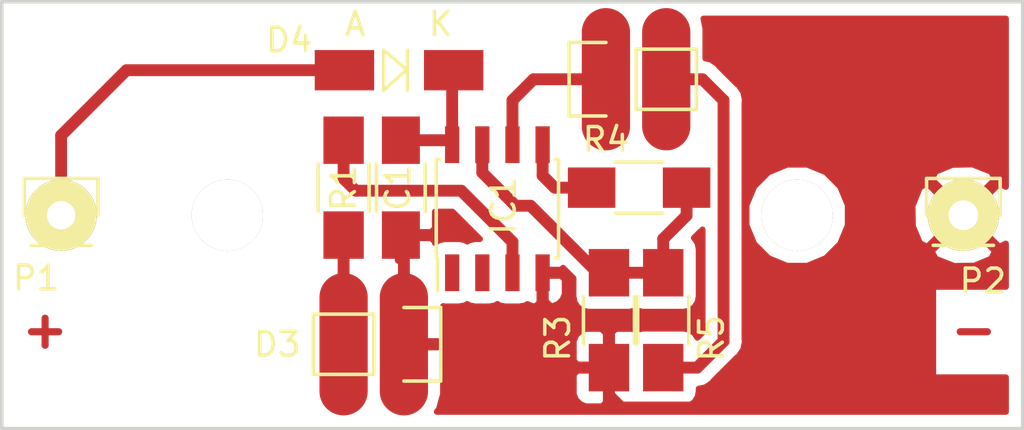
<source format=kicad_pcb>
(kicad_pcb (version 20171130) (host pcbnew 5.0.2+dfsg1-1)

  (general
    (thickness 1.6)
    (drawings 6)
    (tracks 49)
    (zones 0)
    (modules 13)
    (nets 12)
  )

  (page A4)
  (layers
    (0 F.Cu signal)
    (31 B.Cu signal)
    (32 B.Adhes user)
    (33 F.Adhes user hide)
    (34 B.Paste user)
    (35 F.Paste user)
    (36 B.SilkS user)
    (37 F.SilkS user)
    (38 B.Mask user)
    (39 F.Mask user)
    (40 Dwgs.User user)
    (41 Cmts.User user)
    (42 Eco1.User user)
    (43 Eco2.User user)
    (44 Edge.Cuts user)
    (45 Margin user)
    (46 B.CrtYd user)
    (47 F.CrtYd user)
    (48 B.Fab user)
    (49 F.Fab user hide)
  )

  (setup
    (last_trace_width 0.5)
    (user_trace_width 0.25)
    (user_trace_width 0.5)
    (user_trace_width 1)
    (trace_clearance 0.2)
    (zone_clearance 0.508)
    (zone_45_only yes)
    (trace_min 0.2)
    (segment_width 0.2)
    (edge_width 0.15)
    (via_size 0.6)
    (via_drill 0.4)
    (via_min_size 0.4)
    (via_min_drill 0.3)
    (uvia_size 0.3)
    (uvia_drill 0.1)
    (uvias_allowed no)
    (uvia_min_size 0.2)
    (uvia_min_drill 0.1)
    (pcb_text_width 0.3)
    (pcb_text_size 1.5 1.5)
    (mod_edge_width 0.15)
    (mod_text_size 1 1)
    (mod_text_width 0.15)
    (pad_size 3 3)
    (pad_drill 1.25)
    (pad_to_mask_clearance 0.2)
    (solder_mask_min_width 0.25)
    (aux_axis_origin 0 0)
    (grid_origin 165.1 99.314)
    (visible_elements 7FFFFFFF)
    (pcbplotparams
      (layerselection 0x00030_80000001)
      (usegerberextensions false)
      (usegerberattributes false)
      (usegerberadvancedattributes false)
      (creategerberjobfile false)
      (excludeedgelayer true)
      (linewidth 0.100000)
      (plotframeref false)
      (viasonmask false)
      (mode 1)
      (useauxorigin false)
      (hpglpennumber 1)
      (hpglpenspeed 20)
      (hpglpendiameter 15.000000)
      (psnegative false)
      (psa4output false)
      (plotreference true)
      (plotvalue true)
      (plotinvisibletext false)
      (padsonsilk false)
      (subtractmaskfromsilk false)
      (outputformat 1)
      (mirror false)
      (drillshape 1)
      (scaleselection 1)
      (outputdirectory ""))
  )

  (net 0 "")
  (net 1 "Net-(IC1-Pad1)")
  (net 2 "Net-(IC1-Pad5)")
  (net 3 "Net-(IC1-Pad6)")
  (net 4 "Net-(D3-Pad2)")
  (net 5 "Net-(IC1-Pad3)")
  (net 6 VCC)
  (net 7 GND)
  (net 8 "Net-(D4-Pad2)")
  (net 9 "Net-(IC1-Pad2)")
  (net 10 "Net-(IC1-Pad7)")
  (net 11 "Net-(R2-Pad2)")

  (net_class Default "This is the default net class."
    (clearance 0.2)
    (trace_width 0.25)
    (via_dia 0.6)
    (via_drill 0.4)
    (uvia_dia 0.3)
    (uvia_drill 0.1)
    (add_net GND)
    (add_net "Net-(D3-Pad2)")
    (add_net "Net-(D4-Pad2)")
    (add_net "Net-(IC1-Pad1)")
    (add_net "Net-(IC1-Pad2)")
    (add_net "Net-(IC1-Pad3)")
    (add_net "Net-(IC1-Pad5)")
    (add_net "Net-(IC1-Pad6)")
    (add_net "Net-(IC1-Pad7)")
    (add_net "Net-(R2-Pad2)")
    (add_net VCC)
  )

  (module Pin_Headers:Pin_Header_Straight_1x01 (layer F.Cu) (tedit 57821CC1) (tstamp 57700550)
    (at 116.5 102)
    (descr "Through hole pin header")
    (tags "pin header")
    (path /576FF342)
    (fp_text reference P1 (at -1.057 2.648) (layer F.SilkS)
      (effects (font (size 1 1) (thickness 0.15)))
    )
    (fp_text value CONN_01X01 (at 0 -3.1) (layer F.Fab) hide
      (effects (font (size 1 1) (thickness 0.15)))
    )
    (fp_line (start 1.55 -1.55) (end 1.55 0) (layer F.SilkS) (width 0.15))
    (fp_line (start -1.75 -1.75) (end -1.75 1.75) (layer F.CrtYd) (width 0.05))
    (fp_line (start 1.75 -1.75) (end 1.75 1.75) (layer F.CrtYd) (width 0.05))
    (fp_line (start -1.75 -1.75) (end 1.75 -1.75) (layer F.CrtYd) (width 0.05))
    (fp_line (start -1.75 1.75) (end 1.75 1.75) (layer F.CrtYd) (width 0.05))
    (fp_line (start -1.55 0) (end -1.55 -1.55) (layer F.SilkS) (width 0.15))
    (fp_line (start -1.55 -1.55) (end 1.55 -1.55) (layer F.SilkS) (width 0.15))
    (fp_line (start -1.27 1.27) (end 1.27 1.27) (layer F.SilkS) (width 0.15))
    (pad 1 thru_hole circle (at 0 0) (size 3 3) (drill 1.2) (layers F.Cu F.SilkS F.Mask)
      (net 8 "Net-(D4-Pad2)"))
    (model Pin_Headers.3dshapes/Pin_Header_Straight_1x01.wrl
      (at (xyz 0 0 0))
      (scale (xyz 1 1 1))
      (rotate (xyz 0 0 90))
    )
  )

  (module Pin_Headers:Pin_Header_Straight_1x01 (layer F.Cu) (tedit 5E286CE4) (tstamp 5770055D)
    (at 154.5 102)
    (descr "Through hole pin header")
    (tags "pin header")
    (path /576FF472)
    (fp_text reference P2 (at 0.821 2.775) (layer F.SilkS)
      (effects (font (size 1 1) (thickness 0.15)))
    )
    (fp_text value CONN_01X01 (at 0 -3.1) (layer F.Fab) hide
      (effects (font (size 1 1) (thickness 0.15)))
    )
    (fp_line (start 1.55 -1.55) (end 1.55 0) (layer F.SilkS) (width 0.15))
    (fp_line (start -1.75 -1.75) (end -1.75 1.75) (layer F.CrtYd) (width 0.05))
    (fp_line (start 1.75 -1.75) (end 1.75 1.75) (layer F.CrtYd) (width 0.05))
    (fp_line (start -1.75 -1.75) (end 1.75 -1.75) (layer F.CrtYd) (width 0.05))
    (fp_line (start -1.75 1.75) (end 1.75 1.75) (layer F.CrtYd) (width 0.05))
    (fp_line (start -1.55 0) (end -1.55 -1.55) (layer F.SilkS) (width 0.15))
    (fp_line (start -1.55 -1.55) (end 1.55 -1.55) (layer F.SilkS) (width 0.15))
    (fp_line (start -1.27 1.27) (end 1.27 1.27) (layer F.SilkS) (width 0.15))
    (pad 1 thru_hole circle (at 0 0) (size 3 3) (drill 1.25) (layers *.Mask F.Cu F.SilkS)
      (net 7 GND))
    (model Pin_Headers.3dshapes/Pin_Header_Straight_1x01.wrl
      (at (xyz 0 0 0))
      (scale (xyz 1 1 1))
      (rotate (xyz 0 0 90))
    )
  )

  (module Wire_Pads:SolderWirePad_single_2mmDrill (layer F.Cu) (tedit 5772BDE9) (tstamp 577028AF)
    (at 123.5 102)
    (fp_text reference " " (at 0 -3.81) (layer F.SilkS) hide
      (effects (font (size 1 1) (thickness 0.15)))
    )
    (fp_text value " " (at -0.635 3.81) (layer F.Fab) hide
      (effects (font (size 1 1) (thickness 0.15)))
    )
    (pad 1 thru_hole circle (at 0 0) (size 3 3) (drill 3) (layers *.Mask F.Cu F.SilkS))
  )

  (module Wire_Pads:SolderWirePad_single_2mmDrill (layer F.Cu) (tedit 5772BE2A) (tstamp 57702917)
    (at 147.5 102)
    (fp_text reference " " (at 0 -3.81 90) (layer F.SilkS) hide
      (effects (font (size 1 1) (thickness 0.15)))
    )
    (fp_text value " " (at -0.635 3.81) (layer F.Fab) hide
      (effects (font (size 1 1) (thickness 0.15)))
    )
    (pad 1 thru_hole circle (at 0 0) (size 3 3) (drill 3) (layers *.Mask F.Cu F.SilkS))
  )

  (module Diodes_SMD:MiniMELF_Standard (layer F.Cu) (tedit 5E356FA3) (tstamp 577209BB)
    (at 130.683 95.885 180)
    (descr "Diode Mini-MELF Standard")
    (tags "Diode Mini-MELF Standard")
    (path /5770F8D1)
    (attr smd)
    (fp_text reference D4 (at 4.572 1.27 180) (layer F.SilkS)
      (effects (font (size 1 1) (thickness 0.15)))
    )
    (fp_text value BAT48 (at 0.127 0 180) (layer F.Fab)
      (effects (font (size 1 1) (thickness 0.15)))
    )
    (fp_line (start -2.55 -1) (end 2.55 -1) (layer F.CrtYd) (width 0.05))
    (fp_line (start 2.55 -1) (end 2.55 1) (layer F.CrtYd) (width 0.05))
    (fp_line (start 2.55 1) (end -2.55 1) (layer F.CrtYd) (width 0.05))
    (fp_line (start -2.55 1) (end -2.55 -1) (layer F.CrtYd) (width 0.05))
    (fp_line (start -0.40024 0.0508) (end 0.60052 -0.85) (layer F.SilkS) (width 0.15))
    (fp_line (start 0.60052 -0.85) (end 0.60052 0.85) (layer F.SilkS) (width 0.15))
    (fp_line (start 0.60052 0.85) (end -0.40024 0) (layer F.SilkS) (width 0.15))
    (fp_line (start -0.40024 -0.85) (end -0.40024 0.85) (layer F.SilkS) (width 0.15))
    (fp_text user K (at -1.8 1.95 180) (layer F.SilkS)
      (effects (font (size 1 1) (thickness 0.15)))
    )
    (fp_text user A (at 1.8 1.95 180) (layer F.SilkS)
      (effects (font (size 1 1) (thickness 0.15)))
    )
    (fp_circle (center 0 0) (end 0 0.55118) (layer F.Adhes) (width 0.381))
    (fp_circle (center 0 0) (end 0 0.20066) (layer F.Adhes) (width 0.381))
    (pad 1 smd rect (at -1.75006 0 180) (size 2.5 1.69926) (drill (offset -0.6 0)) (layers F.Cu F.Paste F.Mask)
      (net 6 VCC))
    (pad 2 smd rect (at 1.75006 0 180) (size 2.5 1.69926) (drill (offset 0.5 0)) (layers F.Cu F.Paste F.Mask)
      (net 8 "Net-(D4-Pad2)"))
    (model Diodes_SMD.3dshapes/MiniMELF_Standard.wrl
      (at (xyz 0 0 0))
      (scale (xyz 0.3937 0.3937 0.3937))
      (rotate (xyz 0 0 0))
    )
  )

  (module Pin_Headers:Pin_Header_Straight_1x02 (layer F.Cu) (tedit 5E356FD5) (tstamp 57720AAB)
    (at 130.937 107.442 270)
    (descr "Through hole pin header")
    (tags "pin header")
    (path /576FEAE5)
    (fp_text reference D3 (at 0 5.334) (layer F.SilkS)
      (effects (font (size 1 1) (thickness 0.15)))
    )
    (fp_text value NZ-Y5N15N (at 4.572 1.27) (layer F.Fab)
      (effects (font (size 1 1) (thickness 0.15)))
    )
    (fp_line (start 1.27 1.27) (end 1.27 3.81) (layer F.SilkS) (width 0.15))
    (fp_line (start 1.55 -1.55) (end 1.55 0) (layer F.SilkS) (width 0.15))
    (fp_line (start -1.75 -1.75) (end -1.75 4.3) (layer F.CrtYd) (width 0.05))
    (fp_line (start 1.75 -1.75) (end 1.75 4.3) (layer F.CrtYd) (width 0.05))
    (fp_line (start -1.75 -1.75) (end 1.75 -1.75) (layer F.CrtYd) (width 0.05))
    (fp_line (start -1.75 4.3) (end 1.75 4.3) (layer F.CrtYd) (width 0.05))
    (fp_line (start 1.27 1.27) (end -1.27 1.27) (layer F.SilkS) (width 0.15))
    (fp_line (start -1.55 0) (end -1.55 -1.55) (layer F.SilkS) (width 0.15))
    (fp_line (start -1.55 -1.55) (end 1.55 -1.55) (layer F.SilkS) (width 0.15))
    (fp_line (start -1.27 1.27) (end -1.27 3.81) (layer F.SilkS) (width 0.15))
    (fp_line (start -1.27 3.81) (end 1.27 3.81) (layer F.SilkS) (width 0.15))
    (pad 1 smd oval (at 0 0 270) (size 6 2.032) (layers F.Cu F.Paste F.Mask)
      (net 7 GND))
    (pad 2 smd oval (at 0 2.54 270) (size 6 2.032) (layers F.Cu F.Paste F.Mask)
      (net 4 "Net-(D3-Pad2)"))
    (model Pin_Headers.3dshapes/Pin_Header_Straight_1x02.wrl
      (offset (xyz 0 -1.269999980926514 0))
      (scale (xyz 1 1 1))
      (rotate (xyz 0 0 90))
    )
  )

  (module Pin_Headers:Pin_Header_Straight_1x02 (layer F.Cu) (tedit 5E357029) (tstamp 57720DD3)
    (at 139.446 96.266 90)
    (descr "Through hole pin header")
    (tags "pin header")
    (path /576FEB42)
    (fp_text reference R2 (at 1.651 -2.667 90) (layer F.SilkS) hide
      (effects (font (size 1 1) (thickness 0.15)))
    )
    (fp_text value Photores (at 5.08 0.889 180) (layer F.Fab)
      (effects (font (size 1 1) (thickness 0.15)))
    )
    (fp_line (start 1.27 1.27) (end 1.27 3.81) (layer F.SilkS) (width 0.15))
    (fp_line (start 1.55 -1.55) (end 1.55 0) (layer F.SilkS) (width 0.15))
    (fp_line (start -1.75 -1.75) (end -1.75 4.3) (layer F.CrtYd) (width 0.05))
    (fp_line (start 1.75 -1.75) (end 1.75 4.3) (layer F.CrtYd) (width 0.05))
    (fp_line (start -1.75 -1.75) (end 1.75 -1.75) (layer F.CrtYd) (width 0.05))
    (fp_line (start -1.75 4.3) (end 1.75 4.3) (layer F.CrtYd) (width 0.05))
    (fp_line (start 1.27 1.27) (end -1.27 1.27) (layer F.SilkS) (width 0.15))
    (fp_line (start -1.55 0) (end -1.55 -1.55) (layer F.SilkS) (width 0.15))
    (fp_line (start -1.55 -1.55) (end 1.55 -1.55) (layer F.SilkS) (width 0.15))
    (fp_line (start -1.27 1.27) (end -1.27 3.81) (layer F.SilkS) (width 0.15))
    (fp_line (start -1.27 3.81) (end 1.27 3.81) (layer F.SilkS) (width 0.15))
    (pad 1 smd oval (at 0 0 90) (size 6 2.032) (layers F.Cu F.Paste F.Mask)
      (net 3 "Net-(IC1-Pad6)"))
    (pad 2 smd oval (at 0 2.54 90) (size 6 2.032) (layers F.Cu F.Paste F.Mask)
      (net 11 "Net-(R2-Pad2)"))
    (model Pin_Headers.3dshapes/Pin_Header_Straight_1x02.wrl
      (offset (xyz 0 -1.269999980926514 0))
      (scale (xyz 1 1 1))
      (rotate (xyz 0 0 90))
    )
  )

  (module Resistors_SMD:R_1206_HandSoldering (layer F.Cu) (tedit 5E35703F) (tstamp 57756665)
    (at 128.397 100.838 90)
    (descr "Resistor SMD 1206, hand soldering")
    (tags "resistor 1206")
    (path /576FEA33)
    (attr smd)
    (fp_text reference R1 (at 0 0 90) (layer F.SilkS)
      (effects (font (size 1 1) (thickness 0.15)))
    )
    (fp_text value 82 (at 0 0 90) (layer F.Fab)
      (effects (font (size 1 1) (thickness 0.15)))
    )
    (fp_line (start -3.3 -1.2) (end 3.3 -1.2) (layer F.CrtYd) (width 0.05))
    (fp_line (start -3.3 1.2) (end 3.3 1.2) (layer F.CrtYd) (width 0.05))
    (fp_line (start -3.3 -1.2) (end -3.3 1.2) (layer F.CrtYd) (width 0.05))
    (fp_line (start 3.3 -1.2) (end 3.3 1.2) (layer F.CrtYd) (width 0.05))
    (fp_line (start 1 1.075) (end -1 1.075) (layer F.SilkS) (width 0.15))
    (fp_line (start -1 -1.075) (end 1 -1.075) (layer F.SilkS) (width 0.15))
    (pad 1 smd rect (at -2 0 90) (size 2 1.7) (layers F.Cu F.Paste F.Mask)
      (net 4 "Net-(D3-Pad2)"))
    (pad 2 smd rect (at 2 0 90) (size 2 1.7) (layers F.Cu F.Paste F.Mask)
      (net 5 "Net-(IC1-Pad3)"))
    (model Resistors_SMD.3dshapes/R_1206_HandSoldering.wrl
      (at (xyz 0 0 0))
      (scale (xyz 1 1 1))
      (rotate (xyz 0 0 0))
    )
  )

  (module Resistors_SMD:R_1206_HandSoldering (layer F.Cu) (tedit 5E357032) (tstamp 577777A9)
    (at 139.573 106.426 270)
    (descr "Resistor SMD 1206, hand soldering")
    (tags "resistor 1206")
    (path /576FEA9C)
    (attr smd)
    (fp_text reference R3 (at 0.762 2.159 270) (layer F.SilkS)
      (effects (font (size 1 1) (thickness 0.15)))
    )
    (fp_text value 10k (at 0 0 270) (layer F.Fab)
      (effects (font (size 1 1) (thickness 0.15)))
    )
    (fp_line (start -3.3 -1.2) (end 3.3 -1.2) (layer F.CrtYd) (width 0.05))
    (fp_line (start -3.3 1.2) (end 3.3 1.2) (layer F.CrtYd) (width 0.05))
    (fp_line (start -3.3 -1.2) (end -3.3 1.2) (layer F.CrtYd) (width 0.05))
    (fp_line (start 3.3 -1.2) (end 3.3 1.2) (layer F.CrtYd) (width 0.05))
    (fp_line (start 1 1.075) (end -1 1.075) (layer F.SilkS) (width 0.15))
    (fp_line (start -1 -1.075) (end 1 -1.075) (layer F.SilkS) (width 0.15))
    (pad 1 smd rect (at -2 0 270) (size 2 1.7) (layers F.Cu F.Paste F.Mask)
      (net 10 "Net-(IC1-Pad7)"))
    (pad 2 smd rect (at 2 0 270) (size 2 1.7) (layers F.Cu F.Paste F.Mask)
      (net 7 GND))
    (model Resistors_SMD.3dshapes/R_1206_HandSoldering.wrl
      (at (xyz 0 0 0))
      (scale (xyz 1 1 1))
      (rotate (xyz 0 0 0))
    )
  )

  (module Resistors_SMD:R_1206_HandSoldering (layer F.Cu) (tedit 57821C3A) (tstamp 577777B5)
    (at 140.843 100.838)
    (descr "Resistor SMD 1206, hand soldering")
    (tags "resistor 1206")
    (path /57715DA6)
    (attr smd)
    (fp_text reference R4 (at -1.397 -2.032) (layer F.SilkS)
      (effects (font (size 1 1) (thickness 0.15)))
    )
    (fp_text value 100k (at 0 0) (layer F.Fab)
      (effects (font (size 1 1) (thickness 0.15)))
    )
    (fp_line (start -3.3 -1.2) (end 3.3 -1.2) (layer F.CrtYd) (width 0.05))
    (fp_line (start -3.3 1.2) (end 3.3 1.2) (layer F.CrtYd) (width 0.05))
    (fp_line (start -3.3 -1.2) (end -3.3 1.2) (layer F.CrtYd) (width 0.05))
    (fp_line (start 3.3 -1.2) (end 3.3 1.2) (layer F.CrtYd) (width 0.05))
    (fp_line (start 1 1.075) (end -1 1.075) (layer F.SilkS) (width 0.15))
    (fp_line (start -1 -1.075) (end 1 -1.075) (layer F.SilkS) (width 0.15))
    (pad 1 smd rect (at -2 0) (size 2 1.7) (layers F.Cu F.Paste F.Mask)
      (net 2 "Net-(IC1-Pad5)"))
    (pad 2 smd rect (at 2 0) (size 2 1.7) (layers F.Cu F.Paste F.Mask)
      (net 10 "Net-(IC1-Pad7)"))
    (model Resistors_SMD.3dshapes/R_1206_HandSoldering.wrl
      (at (xyz 0 0 0))
      (scale (xyz 1 1 1))
      (rotate (xyz 0 0 0))
    )
  )

  (module Resistors_SMD:R_1206_HandSoldering (layer F.Cu) (tedit 5E356F97) (tstamp 577777C1)
    (at 141.859 106.426 90)
    (descr "Resistor SMD 1206, hand soldering")
    (tags "resistor 1206")
    (path /5772085F)
    (attr smd)
    (fp_text reference R5 (at -0.762 2.032 90) (layer F.SilkS)
      (effects (font (size 1 1) (thickness 0.15)))
    )
    (fp_text value 27k (at 0 0.127 90) (layer F.Fab)
      (effects (font (size 1 1) (thickness 0.15)))
    )
    (fp_line (start -3.3 -1.2) (end 3.3 -1.2) (layer F.CrtYd) (width 0.05))
    (fp_line (start -3.3 1.2) (end 3.3 1.2) (layer F.CrtYd) (width 0.05))
    (fp_line (start -3.3 -1.2) (end -3.3 1.2) (layer F.CrtYd) (width 0.05))
    (fp_line (start 3.3 -1.2) (end 3.3 1.2) (layer F.CrtYd) (width 0.05))
    (fp_line (start 1 1.075) (end -1 1.075) (layer F.SilkS) (width 0.15))
    (fp_line (start -1 -1.075) (end 1 -1.075) (layer F.SilkS) (width 0.15))
    (pad 1 smd rect (at -2 0 90) (size 2 1.7) (layers F.Cu F.Paste F.Mask)
      (net 11 "Net-(R2-Pad2)"))
    (pad 2 smd rect (at 2 0 90) (size 2 1.7) (layers F.Cu F.Paste F.Mask)
      (net 10 "Net-(IC1-Pad7)"))
    (model Resistors_SMD.3dshapes/R_1206_HandSoldering.wrl
      (at (xyz 0 0 0))
      (scale (xyz 1 1 1))
      (rotate (xyz 0 0 0))
    )
  )

  (module Capacitors_SMD:C_1206_HandSoldering (layer F.Cu) (tedit 5E356FC1) (tstamp 577FB4C8)
    (at 130.81 100.838 270)
    (descr "Capacitor SMD 1206, hand soldering")
    (tags "capacitor 1206")
    (path /577FB4A0)
    (attr smd)
    (fp_text reference C1 (at 0 0.127 270) (layer F.SilkS)
      (effects (font (size 1 1) (thickness 0.15)))
    )
    (fp_text value 10uf (at -0.127 -0.127) (layer F.Fab)
      (effects (font (size 1 1) (thickness 0.15)))
    )
    (fp_line (start -3.3 -1.15) (end 3.3 -1.15) (layer F.CrtYd) (width 0.05))
    (fp_line (start -3.3 1.15) (end 3.3 1.15) (layer F.CrtYd) (width 0.05))
    (fp_line (start -3.3 -1.15) (end -3.3 1.15) (layer F.CrtYd) (width 0.05))
    (fp_line (start 3.3 -1.15) (end 3.3 1.15) (layer F.CrtYd) (width 0.05))
    (fp_line (start 1 -1.025) (end -1 -1.025) (layer F.SilkS) (width 0.15))
    (fp_line (start -1 1.025) (end 1 1.025) (layer F.SilkS) (width 0.15))
    (pad 1 smd rect (at -2 0 270) (size 2 1.6) (layers F.Cu F.Paste F.Mask)
      (net 6 VCC))
    (pad 2 smd rect (at 2 0 270) (size 2 1.6) (layers F.Cu F.Paste F.Mask)
      (net 7 GND))
    (model Capacitors_SMD.3dshapes/C_1206_HandSoldering.wrl
      (at (xyz 0 0 0))
      (scale (xyz 1 1 1))
      (rotate (xyz 0 0 0))
    )
  )

  (module Package_SO:SOIC-8_3.9x4.9mm_P1.27mm (layer F.Cu) (tedit 5E356FB9) (tstamp 5E25BD21)
    (at 134.874 101.727 90)
    (descr "8-Lead Plastic Small Outline (SN) - Narrow, 3.90 mm Body [SOIC] (see Microchip Packaging Specification http://ww1.microchip.com/downloads/en/PackagingSpec/00000049BQ.pdf)")
    (tags "SOIC 1.27")
    (path /576FE9B2)
    (attr smd)
    (fp_text reference IC1 (at 0.127 0.254 90) (layer F.SilkS)
      (effects (font (size 1 1) (thickness 0.15)))
    )
    (fp_text value ATTINY85-P (at 0 3.5 90) (layer F.Fab)
      (effects (font (size 1 1) (thickness 0.15)))
    )
    (fp_text user %R (at 0 0 90) (layer F.Fab)
      (effects (font (size 1 1) (thickness 0.15)))
    )
    (fp_line (start -0.95 -2.45) (end 1.95 -2.45) (layer F.Fab) (width 0.1))
    (fp_line (start 1.95 -2.45) (end 1.95 2.45) (layer F.Fab) (width 0.1))
    (fp_line (start 1.95 2.45) (end -1.95 2.45) (layer F.Fab) (width 0.1))
    (fp_line (start -1.95 2.45) (end -1.95 -1.45) (layer F.Fab) (width 0.1))
    (fp_line (start -1.95 -1.45) (end -0.95 -2.45) (layer F.Fab) (width 0.1))
    (fp_line (start -3.73 -2.7) (end -3.73 2.7) (layer F.CrtYd) (width 0.05))
    (fp_line (start 3.73 -2.7) (end 3.73 2.7) (layer F.CrtYd) (width 0.05))
    (fp_line (start -3.73 -2.7) (end 3.73 -2.7) (layer F.CrtYd) (width 0.05))
    (fp_line (start -3.73 2.7) (end 3.73 2.7) (layer F.CrtYd) (width 0.05))
    (fp_line (start -2.075 -2.575) (end -2.075 -2.525) (layer F.SilkS) (width 0.15))
    (fp_line (start 2.075 -2.575) (end 2.075 -2.43) (layer F.SilkS) (width 0.15))
    (fp_line (start 2.075 2.575) (end 2.075 2.43) (layer F.SilkS) (width 0.15))
    (fp_line (start -2.075 2.575) (end -2.075 2.43) (layer F.SilkS) (width 0.15))
    (fp_line (start -2.075 -2.575) (end 2.075 -2.575) (layer F.SilkS) (width 0.15))
    (fp_line (start -2.075 2.575) (end 2.075 2.575) (layer F.SilkS) (width 0.15))
    (fp_line (start -2.075 -2.525) (end -3.475 -2.525) (layer F.SilkS) (width 0.15))
    (pad 1 smd rect (at -2.7 -1.905 90) (size 1.55 0.6) (layers F.Cu F.Paste F.Mask)
      (net 1 "Net-(IC1-Pad1)"))
    (pad 2 smd rect (at -2.7 -0.635 90) (size 1.55 0.6) (layers F.Cu F.Paste F.Mask)
      (net 9 "Net-(IC1-Pad2)"))
    (pad 3 smd rect (at -2.7 0.635 90) (size 1.55 0.6) (layers F.Cu F.Paste F.Mask)
      (net 5 "Net-(IC1-Pad3)"))
    (pad 4 smd rect (at -2.7 1.905 90) (size 1.55 0.6) (layers F.Cu F.Paste F.Mask)
      (net 7 GND))
    (pad 5 smd rect (at 2.7 1.905 90) (size 1.55 0.6) (layers F.Cu F.Paste F.Mask)
      (net 2 "Net-(IC1-Pad5)"))
    (pad 6 smd rect (at 2.7 0.635 90) (size 1.55 0.6) (layers F.Cu F.Paste F.Mask)
      (net 3 "Net-(IC1-Pad6)"))
    (pad 7 smd rect (at 2.7 -0.635 90) (size 1.55 0.6) (layers F.Cu F.Paste F.Mask)
      (net 10 "Net-(IC1-Pad7)"))
    (pad 8 smd rect (at 2.7 -1.905 90) (size 1.55 0.6) (layers F.Cu F.Paste F.Mask)
      (net 6 VCC))
    (model ${KISYS3DMOD}/Package_SO.3dshapes/SOIC-8_3.9x4.9mm_P1.27mm.wrl
      (at (xyz 0 0 0))
      (scale (xyz 1 1 1))
      (rotate (xyz 0 0 0))
    )
  )

  (gr_text - (at 154.94 106.807) (layer F.Cu)
    (effects (font (size 1.5 1.5) (thickness 0.3)))
  )
  (gr_text + (at 115.824 106.807) (layer F.Cu)
    (effects (font (size 1.5 1.5) (thickness 0.3)))
  )
  (gr_line (start 157 93) (end 114 93) (angle 90) (layer Edge.Cuts) (width 0.15))
  (gr_line (start 157 111) (end 157 93) (angle 90) (layer Edge.Cuts) (width 0.15))
  (gr_line (start 114 111) (end 157 111) (angle 90) (layer Edge.Cuts) (width 0.15))
  (gr_line (start 114 93) (end 114 111) (angle 90) (layer Edge.Cuts) (width 0.15))

  (segment (start 136.779 99.027) (end 136.779 100.33) (width 0.5) (layer F.Cu) (net 2) (status 400000))
  (segment (start 137.287 100.838) (end 138.843 100.838) (width 0.5) (layer F.Cu) (net 2) (tstamp 5E34BB50) (status 800000))
  (segment (start 136.779 100.33) (end 137.287 100.838) (width 0.5) (layer F.Cu) (net 2) (tstamp 5E34BB4F))
  (segment (start 135.509 99.027) (end 135.509 97.155) (width 0.5) (layer F.Cu) (net 3) (status 400000))
  (segment (start 136.398 96.266) (end 139.446 96.266) (width 0.5) (layer F.Cu) (net 3) (tstamp 5E34C86F) (status 800000))
  (segment (start 135.509 97.155) (end 136.398 96.266) (width 0.5) (layer F.Cu) (net 3) (tstamp 5E34C86E))
  (segment (start 128.397 102.838) (end 128.397 107.442) (width 0.5) (layer F.Cu) (net 4) (status C00000))
  (segment (start 128.397 98.838) (end 128.397 100.457) (width 0.5) (layer F.Cu) (net 5) (status 400000))
  (segment (start 128.397 100.457) (end 128.905 100.965) (width 0.5) (layer F.Cu) (net 5) (tstamp 5E34DBDB))
  (segment (start 128.905 100.965) (end 133.35 100.965) (width 0.5) (layer F.Cu) (net 5) (tstamp 5E34DBDC))
  (segment (start 133.35 100.965) (end 135.509 103.124) (width 0.5) (layer F.Cu) (net 5) (tstamp 5E34DBDD))
  (segment (start 135.509 103.124) (end 135.509 104.427) (width 0.5) (layer F.Cu) (net 5) (tstamp 5E34DBDF) (status 800000))
  (segment (start 132.969 99.027) (end 132.969 96.42094) (width 0.5) (layer F.Cu) (net 6) (status C00000))
  (segment (start 132.969 96.42094) (end 132.43306 95.885) (width 0.5) (layer F.Cu) (net 6) (tstamp 5E34AB07) (status C00000))
  (segment (start 130.81 98.838) (end 132.78 98.838) (width 0.5) (layer F.Cu) (net 6) (status C00000))
  (segment (start 132.78 98.838) (end 132.969 99.027) (width 0.5) (layer F.Cu) (net 6) (tstamp 5E34AB0A) (status C00000))
  (segment (start 139.573 108.426) (end 139.573 106.934) (width 0.5) (layer F.Cu) (net 7) (status 400000))
  (segment (start 136.779 105.664) (end 136.779 104.427) (width 0.5) (layer F.Cu) (net 7) (tstamp 5E34BCA3) (status 800000))
  (segment (start 137.541 106.426) (end 136.779 105.664) (width 0.5) (layer F.Cu) (net 7) (tstamp 5E34BCA2))
  (segment (start 139.065 106.426) (end 137.541 106.426) (width 0.5) (layer F.Cu) (net 7) (tstamp 5E34BCA1))
  (segment (start 139.573 106.934) (end 139.065 106.426) (width 0.5) (layer F.Cu) (net 7) (tstamp 5E34BCA0))
  (segment (start 130.937 107.442) (end 135.636 107.442) (width 0.5) (layer F.Cu) (net 7) (status 400000))
  (segment (start 136.652 106.426) (end 137.541 106.426) (width 0.5) (layer F.Cu) (net 7) (tstamp 5E34DBD5))
  (segment (start 135.636 107.442) (end 136.652 106.426) (width 0.5) (layer F.Cu) (net 7) (tstamp 5E34DBD4))
  (segment (start 130.937 107.442) (end 130.937 102.965) (width 0.5) (layer F.Cu) (net 7) (status C00000))
  (segment (start 130.937 102.965) (end 130.81 102.838) (width 0.5) (layer F.Cu) (net 7) (tstamp 5E34DBD8) (status C00000))
  (segment (start 139.573 108.426) (end 139.573 109.601) (width 0.5) (layer F.Cu) (net 7) (status 400000))
  (segment (start 152.4 104.1) (end 154.5 102) (width 0.5) (layer F.Cu) (net 7) (tstamp 5E34DC6B) (status 800000))
  (segment (start 152.4 106.934) (end 152.4 104.1) (width 0.5) (layer F.Cu) (net 7) (tstamp 5E34DC69))
  (segment (start 149.225 110.109) (end 152.4 106.934) (width 0.5) (layer F.Cu) (net 7) (tstamp 5E34DC67))
  (segment (start 140.081 110.109) (end 149.225 110.109) (width 0.5) (layer F.Cu) (net 7) (tstamp 5E34DC66))
  (segment (start 139.573 109.601) (end 140.081 110.109) (width 0.5) (layer F.Cu) (net 7) (tstamp 5E34DC65))
  (segment (start 116.5 102) (end 116.5 98.638) (width 0.5) (layer F.Cu) (net 8) (status 400000))
  (segment (start 119.253 95.885) (end 128.93294 95.885) (width 0.5) (layer F.Cu) (net 8) (tstamp 5E34DC71) (status 800000))
  (segment (start 116.5 98.638) (end 119.253 95.885) (width 0.5) (layer F.Cu) (net 8) (tstamp 5E34DC6F))
  (segment (start 139.573 104.426) (end 139.097 104.426) (width 0.5) (layer F.Cu) (net 10) (status C00000))
  (segment (start 134.239 100.203) (end 134.239 99.027) (width 0.5) (layer F.Cu) (net 10) (tstamp 5E34BB73))
  (segment (start 135.636 101.6) (end 134.239 100.203) (width 0.5) (layer F.Cu) (net 10) (tstamp 5E34BB72))
  (segment (start 136.271 101.6) (end 135.636 101.6) (width 0.5) (layer F.Cu) (net 10) (tstamp 5E34BB71))
  (segment (start 139.097 104.426) (end 136.271 101.6) (width 0.5) (layer F.Cu) (net 10) (tstamp 5E34BB70))
  (segment (start 141.859 104.426) (end 139.573 104.426) (width 0.5) (layer F.Cu) (net 10) (status C00000))
  (segment (start 142.843 102.013) (end 142.843 100.838) (width 0.5) (layer F.Cu) (net 10) (tstamp 5E34BB54) (status 800000))
  (segment (start 141.859 102.997) (end 142.843 102.013) (width 0.5) (layer F.Cu) (net 10) (tstamp 5E34BB53))
  (segment (start 141.859 104.426) (end 141.859 102.997) (width 0.5) (layer F.Cu) (net 10) (status 400000))
  (segment (start 143.288 108.426) (end 141.859 108.426) (width 0.5) (layer F.Cu) (net 11) (tstamp 5E34C86B) (status 800000))
  (segment (start 144.399 107.315) (end 143.288 108.426) (width 0.5) (layer F.Cu) (net 11) (tstamp 5E34C86A))
  (segment (start 144.399 97.155) (end 144.399 107.315) (width 0.5) (layer F.Cu) (net 11) (tstamp 5E34C869))
  (segment (start 143.51 96.266) (end 144.399 97.155) (width 0.5) (layer F.Cu) (net 11) (tstamp 5E34C868))
  (segment (start 141.986 96.266) (end 143.51 96.266) (width 0.5) (layer F.Cu) (net 11) (status 400000))

  (zone (net 7) (net_name GND) (layer F.Cu) (tstamp 5E286CAC) (hatch edge 0.508)
    (connect_pads (clearance 0.508))
    (min_thickness 0.254)
    (fill yes (arc_segments 16) (thermal_gap 0.508) (thermal_bridge_width 0.508))
    (polygon
      (pts
        (xy 156.972 110.998) (xy 114.046 110.998) (xy 114.046 92.964) (xy 156.972 92.964)
      )
    )
    (filled_polygon
      (pts
        (xy 156.290001 100.803995) (xy 156.01397 100.665635) (xy 154.679605 102) (xy 156.01397 103.334365) (xy 156.29 103.196005)
        (xy 156.29 105.017) (xy 153.226429 105.017) (xy 153.226429 108.837) (xy 156.29 108.837) (xy 156.29 110.29)
        (xy 132.323507 110.29) (xy 132.413724 110.175143) (xy 132.588 109.553) (xy 132.588 108.71175) (xy 138.088 108.71175)
        (xy 138.088 109.552309) (xy 138.184673 109.785698) (xy 138.363301 109.964327) (xy 138.59669 110.061) (xy 139.28725 110.061)
        (xy 139.446 109.90225) (xy 139.446 108.553) (xy 138.24675 108.553) (xy 138.088 108.71175) (xy 132.588 108.71175)
        (xy 132.588 107.569) (xy 131.064 107.569) (xy 131.064 107.589) (xy 130.81 107.589) (xy 130.81 107.569)
        (xy 130.79 107.569) (xy 130.79 107.315) (xy 130.81 107.315) (xy 130.81 107.295) (xy 131.064 107.295)
        (xy 131.064 107.315) (xy 132.588 107.315) (xy 132.588 107.299691) (xy 138.088 107.299691) (xy 138.088 108.14025)
        (xy 138.24675 108.299) (xy 139.446 108.299) (xy 139.446 106.94975) (xy 139.28725 106.791) (xy 138.59669 106.791)
        (xy 138.363301 106.887673) (xy 138.184673 107.066302) (xy 138.088 107.299691) (xy 132.588 107.299691) (xy 132.588 105.833328)
        (xy 132.669 105.84944) (xy 133.269 105.84944) (xy 133.516765 105.800157) (xy 133.604 105.741868) (xy 133.691235 105.800157)
        (xy 133.939 105.84944) (xy 134.539 105.84944) (xy 134.786765 105.800157) (xy 134.874 105.741868) (xy 134.961235 105.800157)
        (xy 135.209 105.84944) (xy 135.809 105.84944) (xy 136.056765 105.800157) (xy 136.135972 105.747232) (xy 136.35269 105.837)
        (xy 136.49325 105.837) (xy 136.652 105.67825) (xy 136.652 104.554) (xy 136.906 104.554) (xy 136.906 105.67825)
        (xy 137.06475 105.837) (xy 137.20531 105.837) (xy 137.438699 105.740327) (xy 137.617327 105.561698) (xy 137.714 105.328309)
        (xy 137.714 104.71275) (xy 137.55525 104.554) (xy 136.906 104.554) (xy 136.652 104.554) (xy 136.632 104.554)
        (xy 136.632 104.3) (xy 136.652 104.3) (xy 136.652 104.28) (xy 136.906 104.28) (xy 136.906 104.3)
        (xy 137.55525 104.3) (xy 137.637336 104.217914) (xy 138.07556 104.656139) (xy 138.07556 105.426) (xy 138.124843 105.673765)
        (xy 138.265191 105.883809) (xy 138.475235 106.024157) (xy 138.723 106.07344) (xy 140.423 106.07344) (xy 140.670765 106.024157)
        (xy 140.716 105.993932) (xy 140.761235 106.024157) (xy 141.009 106.07344) (xy 142.709 106.07344) (xy 142.956765 106.024157)
        (xy 143.166809 105.883809) (xy 143.307157 105.673765) (xy 143.35644 105.426) (xy 143.35644 103.426) (xy 143.307157 103.178235)
        (xy 143.166809 102.968191) (xy 143.150371 102.957207) (xy 143.407156 102.700423) (xy 143.481049 102.651049) (xy 143.514001 102.601734)
        (xy 143.514001 106.94842) (xy 143.297956 107.164465) (xy 143.166809 106.968191) (xy 142.956765 106.827843) (xy 142.709 106.77856)
        (xy 141.009 106.77856) (xy 140.761235 106.827843) (xy 140.714173 106.859289) (xy 140.54931 106.791) (xy 139.85875 106.791)
        (xy 139.7 106.94975) (xy 139.7 108.299) (xy 139.72 108.299) (xy 139.72 108.553) (xy 139.7 108.553)
        (xy 139.7 109.90225) (xy 139.85875 110.061) (xy 140.54931 110.061) (xy 140.714173 109.992711) (xy 140.761235 110.024157)
        (xy 141.009 110.07344) (xy 142.709 110.07344) (xy 142.956765 110.024157) (xy 143.166809 109.883809) (xy 143.307157 109.673765)
        (xy 143.35644 109.426) (xy 143.35644 109.314724) (xy 143.375161 109.311) (xy 143.375165 109.311) (xy 143.63331 109.259652)
        (xy 143.926049 109.064049) (xy 143.975425 108.990153) (xy 144.963156 108.002423) (xy 145.037049 107.953049) (xy 145.09799 107.861846)
        (xy 145.232651 107.660311) (xy 145.232652 107.66031) (xy 145.284 107.402165) (xy 145.284 107.402161) (xy 145.301337 107.315001)
        (xy 145.284 107.227841) (xy 145.284 101.575322) (xy 145.365 101.575322) (xy 145.365 102.424678) (xy 145.690034 103.20938)
        (xy 146.29062 103.809966) (xy 147.075322 104.135) (xy 147.924678 104.135) (xy 148.70938 103.809966) (xy 149.005376 103.51397)
        (xy 153.165635 103.51397) (xy 153.325418 103.832739) (xy 154.116187 104.142723) (xy 154.965387 104.126497) (xy 155.674582 103.832739)
        (xy 155.834365 103.51397) (xy 154.5 102.179605) (xy 153.165635 103.51397) (xy 149.005376 103.51397) (xy 149.309966 103.20938)
        (xy 149.635 102.424678) (xy 149.635 101.616187) (xy 152.357277 101.616187) (xy 152.373503 102.465387) (xy 152.667261 103.174582)
        (xy 152.98603 103.334365) (xy 154.320395 102) (xy 152.98603 100.665635) (xy 152.667261 100.825418) (xy 152.357277 101.616187)
        (xy 149.635 101.616187) (xy 149.635 101.575322) (xy 149.309966 100.79062) (xy 149.005376 100.48603) (xy 153.165635 100.48603)
        (xy 154.5 101.820395) (xy 155.834365 100.48603) (xy 155.674582 100.167261) (xy 154.883813 99.857277) (xy 154.034613 99.873503)
        (xy 153.325418 100.167261) (xy 153.165635 100.48603) (xy 149.005376 100.48603) (xy 148.70938 100.190034) (xy 147.924678 99.865)
        (xy 147.075322 99.865) (xy 146.29062 100.190034) (xy 145.690034 100.79062) (xy 145.365 101.575322) (xy 145.284 101.575322)
        (xy 145.284 97.242161) (xy 145.301337 97.155) (xy 145.284 97.067839) (xy 145.284 97.067835) (xy 145.232652 96.80969)
        (xy 145.100098 96.61131) (xy 145.086424 96.590845) (xy 145.086423 96.590844) (xy 145.037049 96.516951) (xy 144.963156 96.467577)
        (xy 144.197425 95.701847) (xy 144.148049 95.627951) (xy 143.85531 95.432348) (xy 143.637 95.388924) (xy 143.637 94.119391)
        (xy 143.555567 93.71) (xy 156.290001 93.71)
      )
    )
    (filled_polygon
      (pts
        (xy 134.137981 103.00456) (xy 133.939 103.00456) (xy 133.691235 103.053843) (xy 133.604 103.112132) (xy 133.516765 103.053843)
        (xy 133.269 103.00456) (xy 132.669 103.00456) (xy 132.421235 103.053843) (xy 132.245 103.1716) (xy 132.245 103.12375)
        (xy 132.08625 102.965) (xy 130.937 102.965) (xy 130.937 103.807) (xy 130.809998 103.807) (xy 130.809998 103.971163)
        (xy 130.683 103.912047) (xy 130.683 102.965) (xy 130.663 102.965) (xy 130.663 102.711) (xy 130.683 102.711)
        (xy 130.683 102.691) (xy 130.937 102.691) (xy 130.937 102.711) (xy 132.08625 102.711) (xy 132.245 102.55225)
        (xy 132.245 101.85) (xy 132.983422 101.85)
      )
    )
  )
  (zone (net 0) (net_name "") (layer F.Cu) (tstamp 577161A1) (hatch edge 0.508)
    (connect_pads (clearance 0.508))
    (min_thickness 0.254)
    (keepout (tracks not_allowed) (vias not_allowed) (copperpour not_allowed))
    (fill (arc_segments 16) (thermal_gap 0.508) (thermal_bridge_width 0.508))
    (polygon
      (pts
        (xy 116.967 108.077) (xy 114.681 108.077) (xy 114.681 105.791) (xy 116.967 105.791)
      )
    )
  )
  (zone (net 0) (net_name "") (layer F.Cu) (tstamp 57716216) (hatch edge 0.508)
    (connect_pads (clearance 0.508))
    (min_thickness 0.254)
    (keepout (tracks not_allowed) (vias not_allowed) (copperpour not_allowed))
    (fill (arc_segments 16) (thermal_gap 0.508) (thermal_bridge_width 0.508))
    (polygon
      (pts
        (xy 156.083 108.077) (xy 153.797 108.077) (xy 153.797 105.791) (xy 156.083 105.791)
      )
    )
  )
)

</source>
